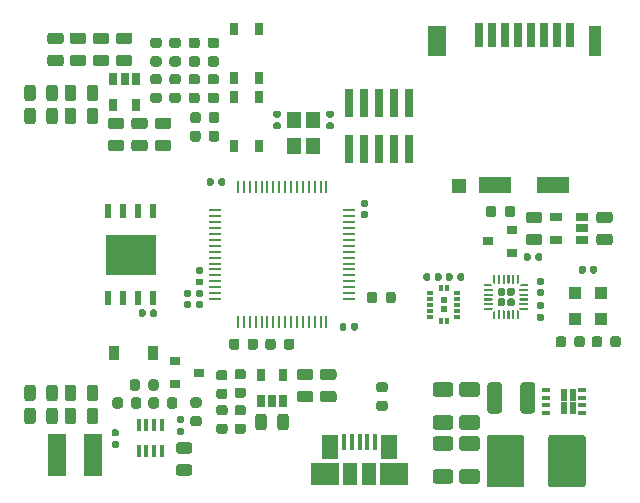
<source format=gbr>
%TF.GenerationSoftware,KiCad,Pcbnew,5.1.9+dfsg1-1~bpo10+1*%
%TF.CreationDate,2021-02-26T10:21:24+00:00*%
%TF.ProjectId,glider,676c6964-6572-42e6-9b69-6361645f7063,rev?*%
%TF.SameCoordinates,Original*%
%TF.FileFunction,Paste,Top*%
%TF.FilePolarity,Positive*%
%FSLAX46Y46*%
G04 Gerber Fmt 4.6, Leading zero omitted, Abs format (unit mm)*
G04 Created by KiCad (PCBNEW 5.1.9+dfsg1-1~bpo10+1) date 2021-02-26 10:21:24*
%MOMM*%
%LPD*%
G01*
G04 APERTURE LIST*
%ADD10R,0.700000X2.000000*%
%ADD11R,1.000000X2.600000*%
%ADD12R,1.500000X2.600000*%
%ADD13R,2.700000X1.400000*%
%ADD14R,1.200000X1.200000*%
%ADD15R,0.600000X1.000000*%
%ADD16R,0.700000X0.420000*%
%ADD17R,1.000000X0.250000*%
%ADD18R,0.250000X1.000000*%
%ADD19R,0.300000X0.580000*%
%ADD20R,0.580000X0.300000*%
%ADD21R,0.550000X0.550000*%
%ADD22R,0.650000X1.050000*%
%ADD23R,0.650000X1.060000*%
%ADD24R,1.060000X0.650000*%
%ADD25R,0.900000X0.800000*%
%ADD26R,1.500000X3.600000*%
%ADD27R,0.400000X1.060000*%
%ADD28C,0.100000*%
%ADD29R,4.300000X3.400000*%
%ADD30R,0.500000X1.270000*%
%ADD31R,1.200000X1.400000*%
%ADD32R,1.000000X1.000000*%
%ADD33R,0.740000X2.400000*%
%ADD34R,0.450000X1.380000*%
%ADD35R,1.475000X2.100000*%
%ADD36R,2.375000X1.900000*%
%ADD37R,1.175000X1.900000*%
%ADD38R,0.900000X1.200000*%
G04 APERTURE END LIST*
D10*
%TO.C,J5*%
X81900000Y-118170000D03*
X80800000Y-118170000D03*
X79700000Y-118170000D03*
X78600000Y-118170000D03*
X77500000Y-118170000D03*
X76400000Y-118170000D03*
X75300000Y-118170000D03*
X74200000Y-118170000D03*
D11*
X84000000Y-118670000D03*
D12*
X70650000Y-118670000D03*
D13*
X75600000Y-130870000D03*
X80500000Y-130870000D03*
D14*
X72550000Y-130970000D03*
%TD*%
%TO.C,D8*%
G36*
G01*
X66256250Y-148400000D02*
X65743750Y-148400000D01*
G75*
G02*
X65525000Y-148181250I0J218750D01*
G01*
X65525000Y-147743750D01*
G75*
G02*
X65743750Y-147525000I218750J0D01*
G01*
X66256250Y-147525000D01*
G75*
G02*
X66475000Y-147743750I0J-218750D01*
G01*
X66475000Y-148181250D01*
G75*
G02*
X66256250Y-148400000I-218750J0D01*
G01*
G37*
G36*
G01*
X66256250Y-149975000D02*
X65743750Y-149975000D01*
G75*
G02*
X65525000Y-149756250I0J218750D01*
G01*
X65525000Y-149318750D01*
G75*
G02*
X65743750Y-149100000I218750J0D01*
G01*
X66256250Y-149100000D01*
G75*
G02*
X66475000Y-149318750I0J-218750D01*
G01*
X66475000Y-149756250D01*
G75*
G02*
X66256250Y-149975000I-218750J0D01*
G01*
G37*
%TD*%
%TO.C,R24*%
G36*
G01*
X65600000Y-140118750D02*
X65600000Y-140631250D01*
G75*
G02*
X65381250Y-140850000I-218750J0D01*
G01*
X64943750Y-140850000D01*
G75*
G02*
X64725000Y-140631250I0J218750D01*
G01*
X64725000Y-140118750D01*
G75*
G02*
X64943750Y-139900000I218750J0D01*
G01*
X65381250Y-139900000D01*
G75*
G02*
X65600000Y-140118750I0J-218750D01*
G01*
G37*
G36*
G01*
X67175000Y-140118750D02*
X67175000Y-140631250D01*
G75*
G02*
X66956250Y-140850000I-218750J0D01*
G01*
X66518750Y-140850000D01*
G75*
G02*
X66300000Y-140631250I0J218750D01*
G01*
X66300000Y-140118750D01*
G75*
G02*
X66518750Y-139900000I218750J0D01*
G01*
X66956250Y-139900000D01*
G75*
G02*
X67175000Y-140118750I0J-218750D01*
G01*
G37*
%TD*%
%TO.C,D3*%
G36*
G01*
X46607750Y-119952000D02*
X47120250Y-119952000D01*
G75*
G02*
X47339000Y-120170750I0J-218750D01*
G01*
X47339000Y-120608250D01*
G75*
G02*
X47120250Y-120827000I-218750J0D01*
G01*
X46607750Y-120827000D01*
G75*
G02*
X46389000Y-120608250I0J218750D01*
G01*
X46389000Y-120170750D01*
G75*
G02*
X46607750Y-119952000I218750J0D01*
G01*
G37*
G36*
G01*
X46607750Y-118377000D02*
X47120250Y-118377000D01*
G75*
G02*
X47339000Y-118595750I0J-218750D01*
G01*
X47339000Y-119033250D01*
G75*
G02*
X47120250Y-119252000I-218750J0D01*
G01*
X46607750Y-119252000D01*
G75*
G02*
X46389000Y-119033250I0J218750D01*
G01*
X46389000Y-118595750D01*
G75*
G02*
X46607750Y-118377000I218750J0D01*
G01*
G37*
%TD*%
%TO.C,D4*%
G36*
G01*
X48227084Y-119952000D02*
X48739584Y-119952000D01*
G75*
G02*
X48958334Y-120170750I0J-218750D01*
G01*
X48958334Y-120608250D01*
G75*
G02*
X48739584Y-120827000I-218750J0D01*
G01*
X48227084Y-120827000D01*
G75*
G02*
X48008334Y-120608250I0J218750D01*
G01*
X48008334Y-120170750D01*
G75*
G02*
X48227084Y-119952000I218750J0D01*
G01*
G37*
G36*
G01*
X48227084Y-118377000D02*
X48739584Y-118377000D01*
G75*
G02*
X48958334Y-118595750I0J-218750D01*
G01*
X48958334Y-119033250D01*
G75*
G02*
X48739584Y-119252000I-218750J0D01*
G01*
X48227084Y-119252000D01*
G75*
G02*
X48008334Y-119033250I0J218750D01*
G01*
X48008334Y-118595750D01*
G75*
G02*
X48227084Y-118377000I218750J0D01*
G01*
G37*
%TD*%
%TO.C,D5*%
G36*
G01*
X49846417Y-119952000D02*
X50358917Y-119952000D01*
G75*
G02*
X50577667Y-120170750I0J-218750D01*
G01*
X50577667Y-120608250D01*
G75*
G02*
X50358917Y-120827000I-218750J0D01*
G01*
X49846417Y-120827000D01*
G75*
G02*
X49627667Y-120608250I0J218750D01*
G01*
X49627667Y-120170750D01*
G75*
G02*
X49846417Y-119952000I218750J0D01*
G01*
G37*
G36*
G01*
X49846417Y-118377000D02*
X50358917Y-118377000D01*
G75*
G02*
X50577667Y-118595750I0J-218750D01*
G01*
X50577667Y-119033250D01*
G75*
G02*
X50358917Y-119252000I-218750J0D01*
G01*
X49846417Y-119252000D01*
G75*
G02*
X49627667Y-119033250I0J218750D01*
G01*
X49627667Y-118595750D01*
G75*
G02*
X49846417Y-118377000I218750J0D01*
G01*
G37*
%TD*%
%TO.C,D6*%
G36*
G01*
X51465750Y-119952000D02*
X51978250Y-119952000D01*
G75*
G02*
X52197000Y-120170750I0J-218750D01*
G01*
X52197000Y-120608250D01*
G75*
G02*
X51978250Y-120827000I-218750J0D01*
G01*
X51465750Y-120827000D01*
G75*
G02*
X51247000Y-120608250I0J218750D01*
G01*
X51247000Y-120170750D01*
G75*
G02*
X51465750Y-119952000I218750J0D01*
G01*
G37*
G36*
G01*
X51465750Y-118377000D02*
X51978250Y-118377000D01*
G75*
G02*
X52197000Y-118595750I0J-218750D01*
G01*
X52197000Y-119033250D01*
G75*
G02*
X51978250Y-119252000I-218750J0D01*
G01*
X51465750Y-119252000D01*
G75*
G02*
X51247000Y-119033250I0J218750D01*
G01*
X51247000Y-118595750D01*
G75*
G02*
X51465750Y-118377000I218750J0D01*
G01*
G37*
%TD*%
%TO.C,C7*%
G36*
G01*
X64337500Y-133080000D02*
X64682500Y-133080000D01*
G75*
G02*
X64830000Y-133227500I0J-147500D01*
G01*
X64830000Y-133522500D01*
G75*
G02*
X64682500Y-133670000I-147500J0D01*
G01*
X64337500Y-133670000D01*
G75*
G02*
X64190000Y-133522500I0J147500D01*
G01*
X64190000Y-133227500D01*
G75*
G02*
X64337500Y-133080000I147500J0D01*
G01*
G37*
G36*
G01*
X64337500Y-132110000D02*
X64682500Y-132110000D01*
G75*
G02*
X64830000Y-132257500I0J-147500D01*
G01*
X64830000Y-132552500D01*
G75*
G02*
X64682500Y-132700000I-147500J0D01*
G01*
X64337500Y-132700000D01*
G75*
G02*
X64190000Y-132552500I0J147500D01*
G01*
X64190000Y-132257500D01*
G75*
G02*
X64337500Y-132110000I147500J0D01*
G01*
G37*
%TD*%
%TO.C,C10*%
G36*
G01*
X70545000Y-154905000D02*
X71795000Y-154905000D01*
G75*
G02*
X72045000Y-155155000I0J-250000D01*
G01*
X72045000Y-155905000D01*
G75*
G02*
X71795000Y-156155000I-250000J0D01*
G01*
X70545000Y-156155000D01*
G75*
G02*
X70295000Y-155905000I0J250000D01*
G01*
X70295000Y-155155000D01*
G75*
G02*
X70545000Y-154905000I250000J0D01*
G01*
G37*
G36*
G01*
X70545000Y-152105000D02*
X71795000Y-152105000D01*
G75*
G02*
X72045000Y-152355000I0J-250000D01*
G01*
X72045000Y-153105000D01*
G75*
G02*
X71795000Y-153355000I-250000J0D01*
G01*
X70545000Y-153355000D01*
G75*
G02*
X70295000Y-153105000I0J250000D01*
G01*
X70295000Y-152355000D01*
G75*
G02*
X70545000Y-152105000I250000J0D01*
G01*
G37*
%TD*%
%TO.C,C1*%
G36*
G01*
X74035000Y-148785000D02*
X72785000Y-148785000D01*
G75*
G02*
X72535000Y-148535000I0J250000D01*
G01*
X72535000Y-147785000D01*
G75*
G02*
X72785000Y-147535000I250000J0D01*
G01*
X74035000Y-147535000D01*
G75*
G02*
X74285000Y-147785000I0J-250000D01*
G01*
X74285000Y-148535000D01*
G75*
G02*
X74035000Y-148785000I-250000J0D01*
G01*
G37*
G36*
G01*
X74035000Y-151585000D02*
X72785000Y-151585000D01*
G75*
G02*
X72535000Y-151335000I0J250000D01*
G01*
X72535000Y-150585000D01*
G75*
G02*
X72785000Y-150335000I250000J0D01*
G01*
X74035000Y-150335000D01*
G75*
G02*
X74285000Y-150585000I0J-250000D01*
G01*
X74285000Y-151335000D01*
G75*
G02*
X74035000Y-151585000I-250000J0D01*
G01*
G37*
%TD*%
%TO.C,C8*%
G36*
G01*
X72785000Y-154905000D02*
X74035000Y-154905000D01*
G75*
G02*
X74285000Y-155155000I0J-250000D01*
G01*
X74285000Y-155905000D01*
G75*
G02*
X74035000Y-156155000I-250000J0D01*
G01*
X72785000Y-156155000D01*
G75*
G02*
X72535000Y-155905000I0J250000D01*
G01*
X72535000Y-155155000D01*
G75*
G02*
X72785000Y-154905000I250000J0D01*
G01*
G37*
G36*
G01*
X72785000Y-152105000D02*
X74035000Y-152105000D01*
G75*
G02*
X74285000Y-152355000I0J-250000D01*
G01*
X74285000Y-153105000D01*
G75*
G02*
X74035000Y-153355000I-250000J0D01*
G01*
X72785000Y-153355000D01*
G75*
G02*
X72535000Y-153105000I0J250000D01*
G01*
X72535000Y-152355000D01*
G75*
G02*
X72785000Y-152105000I250000J0D01*
G01*
G37*
%TD*%
%TO.C,C5*%
G36*
G01*
X71795000Y-148785000D02*
X70545000Y-148785000D01*
G75*
G02*
X70295000Y-148535000I0J250000D01*
G01*
X70295000Y-147785000D01*
G75*
G02*
X70545000Y-147535000I250000J0D01*
G01*
X71795000Y-147535000D01*
G75*
G02*
X72045000Y-147785000I0J-250000D01*
G01*
X72045000Y-148535000D01*
G75*
G02*
X71795000Y-148785000I-250000J0D01*
G01*
G37*
G36*
G01*
X71795000Y-151585000D02*
X70545000Y-151585000D01*
G75*
G02*
X70295000Y-151335000I0J250000D01*
G01*
X70295000Y-150585000D01*
G75*
G02*
X70545000Y-150335000I250000J0D01*
G01*
X71795000Y-150335000D01*
G75*
G02*
X72045000Y-150585000I0J-250000D01*
G01*
X72045000Y-151335000D01*
G75*
G02*
X71795000Y-151585000I-250000J0D01*
G01*
G37*
%TD*%
%TO.C,R1*%
G36*
G01*
X76175000Y-147795000D02*
X76175000Y-149945000D01*
G75*
G02*
X75925000Y-150195000I-250000J0D01*
G01*
X75175000Y-150195000D01*
G75*
G02*
X74925000Y-149945000I0J250000D01*
G01*
X74925000Y-147795000D01*
G75*
G02*
X75175000Y-147545000I250000J0D01*
G01*
X75925000Y-147545000D01*
G75*
G02*
X76175000Y-147795000I0J-250000D01*
G01*
G37*
G36*
G01*
X78975000Y-147795000D02*
X78975000Y-149945000D01*
G75*
G02*
X78725000Y-150195000I-250000J0D01*
G01*
X77975000Y-150195000D01*
G75*
G02*
X77725000Y-149945000I0J250000D01*
G01*
X77725000Y-147795000D01*
G75*
G02*
X77975000Y-147545000I250000J0D01*
G01*
X78725000Y-147545000D01*
G75*
G02*
X78975000Y-147795000I0J-250000D01*
G01*
G37*
%TD*%
D15*
%TO.C,Q1*%
X81440000Y-149755000D03*
X82150000Y-149755000D03*
X82150000Y-148625000D03*
X81440000Y-148625000D03*
D16*
X79920000Y-150165000D03*
X79920000Y-148865000D03*
X79920000Y-149515000D03*
X79920000Y-148215000D03*
X82920000Y-150165000D03*
X82920000Y-149515000D03*
X82920000Y-148865000D03*
X82920000Y-148215000D03*
%TD*%
%TO.C,J1*%
G36*
G01*
X80060000Y-156200000D02*
X80060000Y-152250000D01*
G75*
G02*
X80310000Y-152000000I250000J0D01*
G01*
X83010000Y-152000000D01*
G75*
G02*
X83260000Y-152250000I0J-250000D01*
G01*
X83260000Y-156200000D01*
G75*
G02*
X83010000Y-156450000I-250000J0D01*
G01*
X80310000Y-156450000D01*
G75*
G02*
X80060000Y-156200000I0J250000D01*
G01*
G37*
G36*
G01*
X74860000Y-156200000D02*
X74860000Y-152250000D01*
G75*
G02*
X75110000Y-152000000I250000J0D01*
G01*
X77810000Y-152000000D01*
G75*
G02*
X78060000Y-152250000I0J-250000D01*
G01*
X78060000Y-156200000D01*
G75*
G02*
X77810000Y-156450000I-250000J0D01*
G01*
X75110000Y-156450000D01*
G75*
G02*
X74860000Y-156200000I0J250000D01*
G01*
G37*
%TD*%
%TO.C,R5*%
G36*
G01*
X80715000Y-144376250D02*
X80715000Y-143863750D01*
G75*
G02*
X80933750Y-143645000I218750J0D01*
G01*
X81371250Y-143645000D01*
G75*
G02*
X81590000Y-143863750I0J-218750D01*
G01*
X81590000Y-144376250D01*
G75*
G02*
X81371250Y-144595000I-218750J0D01*
G01*
X80933750Y-144595000D01*
G75*
G02*
X80715000Y-144376250I0J218750D01*
G01*
G37*
G36*
G01*
X82290000Y-144376250D02*
X82290000Y-143863750D01*
G75*
G02*
X82508750Y-143645000I218750J0D01*
G01*
X82946250Y-143645000D01*
G75*
G02*
X83165000Y-143863750I0J-218750D01*
G01*
X83165000Y-144376250D01*
G75*
G02*
X82946250Y-144595000I-218750J0D01*
G01*
X82508750Y-144595000D01*
G75*
G02*
X82290000Y-144376250I0J218750D01*
G01*
G37*
%TD*%
D17*
%TO.C,U1*%
X63250000Y-133000000D03*
X63250000Y-133500000D03*
X63250000Y-134000000D03*
X63250000Y-134500000D03*
X63250000Y-135000000D03*
X63250000Y-135500000D03*
X63250000Y-136000000D03*
X63250000Y-136500000D03*
X63250000Y-137000000D03*
X63250000Y-137500000D03*
X63250000Y-138000000D03*
X63250000Y-138500000D03*
X63250000Y-139000000D03*
X63250000Y-139500000D03*
X63250000Y-140000000D03*
X63250000Y-140500000D03*
D18*
X61300000Y-142450000D03*
X60800000Y-142450000D03*
X60300000Y-142450000D03*
X59800000Y-142450000D03*
X59300000Y-142450000D03*
X58800000Y-142450000D03*
X58300000Y-142450000D03*
X57800000Y-142450000D03*
X57300000Y-142450000D03*
X56800000Y-142450000D03*
X56300000Y-142450000D03*
X55800000Y-142450000D03*
X55300000Y-142450000D03*
X54800000Y-142450000D03*
X54300000Y-142450000D03*
X53800000Y-142450000D03*
D17*
X51850000Y-140500000D03*
X51850000Y-140000000D03*
X51850000Y-139500000D03*
X51850000Y-139000000D03*
X51850000Y-138500000D03*
X51850000Y-138000000D03*
X51850000Y-137500000D03*
X51850000Y-137000000D03*
X51850000Y-136500000D03*
X51850000Y-136000000D03*
X51850000Y-135500000D03*
X51850000Y-135000000D03*
X51850000Y-134500000D03*
X51850000Y-134000000D03*
X51850000Y-133500000D03*
X51850000Y-133000000D03*
D18*
X53800000Y-131050000D03*
X54300000Y-131050000D03*
X54800000Y-131050000D03*
X55300000Y-131050000D03*
X55800000Y-131050000D03*
X56300000Y-131050000D03*
X56800000Y-131050000D03*
X57300000Y-131050000D03*
X57800000Y-131050000D03*
X58300000Y-131050000D03*
X58800000Y-131050000D03*
X59300000Y-131050000D03*
X59800000Y-131050000D03*
X60300000Y-131050000D03*
X60800000Y-131050000D03*
X61300000Y-131050000D03*
%TD*%
D19*
%TO.C,U3*%
X70975000Y-139573000D03*
X71475000Y-139573000D03*
D20*
X70060000Y-139988000D03*
D19*
X70975000Y-142403000D03*
D20*
X72390000Y-141988000D03*
D19*
X71475000Y-142403000D03*
D20*
X70060000Y-140488000D03*
X70060000Y-140988000D03*
X70060000Y-141488000D03*
X70060000Y-141988000D03*
X72390000Y-141488000D03*
X72390000Y-140988000D03*
X72390000Y-140488000D03*
X72390000Y-139988000D03*
D21*
X71225000Y-140625500D03*
X71225000Y-141350500D03*
%TD*%
%TO.C,C29*%
G36*
G01*
X44626250Y-118920000D02*
X43713750Y-118920000D01*
G75*
G02*
X43470000Y-118676250I0J243750D01*
G01*
X43470000Y-118188750D01*
G75*
G02*
X43713750Y-117945000I243750J0D01*
G01*
X44626250Y-117945000D01*
G75*
G02*
X44870000Y-118188750I0J-243750D01*
G01*
X44870000Y-118676250D01*
G75*
G02*
X44626250Y-118920000I-243750J0D01*
G01*
G37*
G36*
G01*
X44626250Y-120795000D02*
X43713750Y-120795000D01*
G75*
G02*
X43470000Y-120551250I0J243750D01*
G01*
X43470000Y-120063750D01*
G75*
G02*
X43713750Y-119820000I243750J0D01*
G01*
X44626250Y-119820000D01*
G75*
G02*
X44870000Y-120063750I0J-243750D01*
G01*
X44870000Y-120551250D01*
G75*
G02*
X44626250Y-120795000I-243750J0D01*
G01*
G37*
%TD*%
%TO.C,C34*%
G36*
G01*
X43023750Y-127020000D02*
X43936250Y-127020000D01*
G75*
G02*
X44180000Y-127263750I0J-243750D01*
G01*
X44180000Y-127751250D01*
G75*
G02*
X43936250Y-127995000I-243750J0D01*
G01*
X43023750Y-127995000D01*
G75*
G02*
X42780000Y-127751250I0J243750D01*
G01*
X42780000Y-127263750D01*
G75*
G02*
X43023750Y-127020000I243750J0D01*
G01*
G37*
G36*
G01*
X43023750Y-125145000D02*
X43936250Y-125145000D01*
G75*
G02*
X44180000Y-125388750I0J-243750D01*
G01*
X44180000Y-125876250D01*
G75*
G02*
X43936250Y-126120000I-243750J0D01*
G01*
X43023750Y-126120000D01*
G75*
G02*
X42780000Y-125876250I0J243750D01*
G01*
X42780000Y-125388750D01*
G75*
G02*
X43023750Y-125145000I243750J0D01*
G01*
G37*
%TD*%
D22*
%TO.C,SW1*%
X55625000Y-117645000D03*
X55625000Y-121795000D03*
X53475000Y-117645000D03*
X53475000Y-121795000D03*
%TD*%
D23*
%TO.C,U9*%
X45160000Y-124080000D03*
X43260000Y-124080000D03*
X43260000Y-121880000D03*
X44210000Y-121880000D03*
X45160000Y-121880000D03*
%TD*%
D24*
%TO.C,U2*%
X80750000Y-135476500D03*
X80750000Y-133576500D03*
X82950000Y-133576500D03*
X82950000Y-134526500D03*
X82950000Y-135476500D03*
%TD*%
D22*
%TO.C,SW2*%
X53475000Y-127540000D03*
X53475000Y-123390000D03*
X55625000Y-127540000D03*
X55625000Y-123390000D03*
%TD*%
%TO.C,R11*%
G36*
G01*
X75682000Y-132831750D02*
X75682000Y-133344250D01*
G75*
G02*
X75463250Y-133563000I-218750J0D01*
G01*
X75025750Y-133563000D01*
G75*
G02*
X74807000Y-133344250I0J218750D01*
G01*
X74807000Y-132831750D01*
G75*
G02*
X75025750Y-132613000I218750J0D01*
G01*
X75463250Y-132613000D01*
G75*
G02*
X75682000Y-132831750I0J-218750D01*
G01*
G37*
G36*
G01*
X77257000Y-132831750D02*
X77257000Y-133344250D01*
G75*
G02*
X77038250Y-133563000I-218750J0D01*
G01*
X76600750Y-133563000D01*
G75*
G02*
X76382000Y-133344250I0J218750D01*
G01*
X76382000Y-132831750D01*
G75*
G02*
X76600750Y-132613000I218750J0D01*
G01*
X77038250Y-132613000D01*
G75*
G02*
X77257000Y-132831750I0J-218750D01*
G01*
G37*
%TD*%
D25*
%TO.C,Q3*%
X75000000Y-135628000D03*
X77000000Y-134678000D03*
X77000000Y-136578000D03*
%TD*%
%TO.C,C28*%
G36*
G01*
X79582500Y-139288000D02*
X79237500Y-139288000D01*
G75*
G02*
X79090000Y-139140500I0J147500D01*
G01*
X79090000Y-138845500D01*
G75*
G02*
X79237500Y-138698000I147500J0D01*
G01*
X79582500Y-138698000D01*
G75*
G02*
X79730000Y-138845500I0J-147500D01*
G01*
X79730000Y-139140500D01*
G75*
G02*
X79582500Y-139288000I-147500J0D01*
G01*
G37*
G36*
G01*
X79582500Y-140258000D02*
X79237500Y-140258000D01*
G75*
G02*
X79090000Y-140110500I0J147500D01*
G01*
X79090000Y-139815500D01*
G75*
G02*
X79237500Y-139668000I147500J0D01*
G01*
X79582500Y-139668000D01*
G75*
G02*
X79730000Y-139815500I0J-147500D01*
G01*
X79730000Y-140110500D01*
G75*
G02*
X79582500Y-140258000I-147500J0D01*
G01*
G37*
%TD*%
%TO.C,C23*%
G36*
G01*
X78590000Y-136775500D02*
X78590000Y-137120500D01*
G75*
G02*
X78442500Y-137268000I-147500J0D01*
G01*
X78147500Y-137268000D01*
G75*
G02*
X78000000Y-137120500I0J147500D01*
G01*
X78000000Y-136775500D01*
G75*
G02*
X78147500Y-136628000I147500J0D01*
G01*
X78442500Y-136628000D01*
G75*
G02*
X78590000Y-136775500I0J-147500D01*
G01*
G37*
G36*
G01*
X79560000Y-136775500D02*
X79560000Y-137120500D01*
G75*
G02*
X79412500Y-137268000I-147500J0D01*
G01*
X79117500Y-137268000D01*
G75*
G02*
X78970000Y-137120500I0J147500D01*
G01*
X78970000Y-136775500D01*
G75*
G02*
X79117500Y-136628000I147500J0D01*
G01*
X79412500Y-136628000D01*
G75*
G02*
X79560000Y-136775500I0J-147500D01*
G01*
G37*
%TD*%
%TO.C,C22*%
G36*
G01*
X79582500Y-141358000D02*
X79237500Y-141358000D01*
G75*
G02*
X79090000Y-141210500I0J147500D01*
G01*
X79090000Y-140915500D01*
G75*
G02*
X79237500Y-140768000I147500J0D01*
G01*
X79582500Y-140768000D01*
G75*
G02*
X79730000Y-140915500I0J-147500D01*
G01*
X79730000Y-141210500D01*
G75*
G02*
X79582500Y-141358000I-147500J0D01*
G01*
G37*
G36*
G01*
X79582500Y-142328000D02*
X79237500Y-142328000D01*
G75*
G02*
X79090000Y-142180500I0J147500D01*
G01*
X79090000Y-141885500D01*
G75*
G02*
X79237500Y-141738000I147500J0D01*
G01*
X79582500Y-141738000D01*
G75*
G02*
X79730000Y-141885500I0J-147500D01*
G01*
X79730000Y-142180500D01*
G75*
G02*
X79582500Y-142328000I-147500J0D01*
G01*
G37*
%TD*%
%TO.C,C21*%
G36*
G01*
X43252500Y-152515000D02*
X43597500Y-152515000D01*
G75*
G02*
X43745000Y-152662500I0J-147500D01*
G01*
X43745000Y-152957500D01*
G75*
G02*
X43597500Y-153105000I-147500J0D01*
G01*
X43252500Y-153105000D01*
G75*
G02*
X43105000Y-152957500I0J147500D01*
G01*
X43105000Y-152662500D01*
G75*
G02*
X43252500Y-152515000I147500J0D01*
G01*
G37*
G36*
G01*
X43252500Y-151545000D02*
X43597500Y-151545000D01*
G75*
G02*
X43745000Y-151692500I0J-147500D01*
G01*
X43745000Y-151987500D01*
G75*
G02*
X43597500Y-152135000I-147500J0D01*
G01*
X43252500Y-152135000D01*
G75*
G02*
X43105000Y-151987500I0J147500D01*
G01*
X43105000Y-151692500D01*
G75*
G02*
X43252500Y-151545000I147500J0D01*
G01*
G37*
%TD*%
%TO.C,C18*%
G36*
G01*
X48777500Y-151390000D02*
X49122500Y-151390000D01*
G75*
G02*
X49270000Y-151537500I0J-147500D01*
G01*
X49270000Y-151832500D01*
G75*
G02*
X49122500Y-151980000I-147500J0D01*
G01*
X48777500Y-151980000D01*
G75*
G02*
X48630000Y-151832500I0J147500D01*
G01*
X48630000Y-151537500D01*
G75*
G02*
X48777500Y-151390000I147500J0D01*
G01*
G37*
G36*
G01*
X48777500Y-150420000D02*
X49122500Y-150420000D01*
G75*
G02*
X49270000Y-150567500I0J-147500D01*
G01*
X49270000Y-150862500D01*
G75*
G02*
X49122500Y-151010000I-147500J0D01*
G01*
X48777500Y-151010000D01*
G75*
G02*
X48630000Y-150862500I0J147500D01*
G01*
X48630000Y-150567500D01*
G75*
G02*
X48777500Y-150420000I147500J0D01*
G01*
G37*
%TD*%
%TO.C,C12*%
G36*
G01*
X82661000Y-138193500D02*
X82661000Y-137848500D01*
G75*
G02*
X82808500Y-137701000I147500J0D01*
G01*
X83103500Y-137701000D01*
G75*
G02*
X83251000Y-137848500I0J-147500D01*
G01*
X83251000Y-138193500D01*
G75*
G02*
X83103500Y-138341000I-147500J0D01*
G01*
X82808500Y-138341000D01*
G75*
G02*
X82661000Y-138193500I0J147500D01*
G01*
G37*
G36*
G01*
X83631000Y-138193500D02*
X83631000Y-137848500D01*
G75*
G02*
X83778500Y-137701000I147500J0D01*
G01*
X84073500Y-137701000D01*
G75*
G02*
X84221000Y-137848500I0J-147500D01*
G01*
X84221000Y-138193500D01*
G75*
G02*
X84073500Y-138341000I-147500J0D01*
G01*
X83778500Y-138341000D01*
G75*
G02*
X83631000Y-138193500I0J147500D01*
G01*
G37*
%TD*%
%TO.C,C11*%
G36*
G01*
X50722500Y-138385000D02*
X50377500Y-138385000D01*
G75*
G02*
X50230000Y-138237500I0J147500D01*
G01*
X50230000Y-137942500D01*
G75*
G02*
X50377500Y-137795000I147500J0D01*
G01*
X50722500Y-137795000D01*
G75*
G02*
X50870000Y-137942500I0J-147500D01*
G01*
X50870000Y-138237500D01*
G75*
G02*
X50722500Y-138385000I-147500J0D01*
G01*
G37*
G36*
G01*
X50722500Y-139355000D02*
X50377500Y-139355000D01*
G75*
G02*
X50230000Y-139207500I0J147500D01*
G01*
X50230000Y-138912500D01*
G75*
G02*
X50377500Y-138765000I147500J0D01*
G01*
X50722500Y-138765000D01*
G75*
G02*
X50870000Y-138912500I0J-147500D01*
G01*
X50870000Y-139207500D01*
G75*
G02*
X50722500Y-139355000I-147500J0D01*
G01*
G37*
%TD*%
%TO.C,C31*%
G36*
G01*
X45985000Y-141527500D02*
X45985000Y-141872500D01*
G75*
G02*
X45837500Y-142020000I-147500J0D01*
G01*
X45542500Y-142020000D01*
G75*
G02*
X45395000Y-141872500I0J147500D01*
G01*
X45395000Y-141527500D01*
G75*
G02*
X45542500Y-141380000I147500J0D01*
G01*
X45837500Y-141380000D01*
G75*
G02*
X45985000Y-141527500I0J-147500D01*
G01*
G37*
G36*
G01*
X46955000Y-141527500D02*
X46955000Y-141872500D01*
G75*
G02*
X46807500Y-142020000I-147500J0D01*
G01*
X46512500Y-142020000D01*
G75*
G02*
X46365000Y-141872500I0J147500D01*
G01*
X46365000Y-141527500D01*
G75*
G02*
X46512500Y-141380000I147500J0D01*
G01*
X46807500Y-141380000D01*
G75*
G02*
X46955000Y-141527500I0J-147500D01*
G01*
G37*
%TD*%
%TO.C,C9*%
G36*
G01*
X62405000Y-143022500D02*
X62405000Y-142677500D01*
G75*
G02*
X62552500Y-142530000I147500J0D01*
G01*
X62847500Y-142530000D01*
G75*
G02*
X62995000Y-142677500I0J-147500D01*
G01*
X62995000Y-143022500D01*
G75*
G02*
X62847500Y-143170000I-147500J0D01*
G01*
X62552500Y-143170000D01*
G75*
G02*
X62405000Y-143022500I0J147500D01*
G01*
G37*
G36*
G01*
X63375000Y-143022500D02*
X63375000Y-142677500D01*
G75*
G02*
X63522500Y-142530000I147500J0D01*
G01*
X63817500Y-142530000D01*
G75*
G02*
X63965000Y-142677500I0J-147500D01*
G01*
X63965000Y-143022500D01*
G75*
G02*
X63817500Y-143170000I-147500J0D01*
G01*
X63522500Y-143170000D01*
G75*
G02*
X63375000Y-143022500I0J147500D01*
G01*
G37*
%TD*%
%TO.C,C6*%
G36*
G01*
X50722500Y-140310000D02*
X50377500Y-140310000D01*
G75*
G02*
X50230000Y-140162500I0J147500D01*
G01*
X50230000Y-139867500D01*
G75*
G02*
X50377500Y-139720000I147500J0D01*
G01*
X50722500Y-139720000D01*
G75*
G02*
X50870000Y-139867500I0J-147500D01*
G01*
X50870000Y-140162500D01*
G75*
G02*
X50722500Y-140310000I-147500J0D01*
G01*
G37*
G36*
G01*
X50722500Y-141280000D02*
X50377500Y-141280000D01*
G75*
G02*
X50230000Y-141132500I0J147500D01*
G01*
X50230000Y-140837500D01*
G75*
G02*
X50377500Y-140690000I147500J0D01*
G01*
X50722500Y-140690000D01*
G75*
G02*
X50870000Y-140837500I0J-147500D01*
G01*
X50870000Y-141132500D01*
G75*
G02*
X50722500Y-141280000I-147500J0D01*
G01*
G37*
%TD*%
%TO.C,C3*%
G36*
G01*
X61782500Y-125155000D02*
X61437500Y-125155000D01*
G75*
G02*
X61290000Y-125007500I0J147500D01*
G01*
X61290000Y-124712500D01*
G75*
G02*
X61437500Y-124565000I147500J0D01*
G01*
X61782500Y-124565000D01*
G75*
G02*
X61930000Y-124712500I0J-147500D01*
G01*
X61930000Y-125007500D01*
G75*
G02*
X61782500Y-125155000I-147500J0D01*
G01*
G37*
G36*
G01*
X61782500Y-126125000D02*
X61437500Y-126125000D01*
G75*
G02*
X61290000Y-125977500I0J147500D01*
G01*
X61290000Y-125682500D01*
G75*
G02*
X61437500Y-125535000I147500J0D01*
G01*
X61782500Y-125535000D01*
G75*
G02*
X61930000Y-125682500I0J-147500D01*
G01*
X61930000Y-125977500D01*
G75*
G02*
X61782500Y-126125000I-147500J0D01*
G01*
G37*
%TD*%
%TO.C,C4*%
G36*
G01*
X57282500Y-125155000D02*
X56937500Y-125155000D01*
G75*
G02*
X56790000Y-125007500I0J147500D01*
G01*
X56790000Y-124712500D01*
G75*
G02*
X56937500Y-124565000I147500J0D01*
G01*
X57282500Y-124565000D01*
G75*
G02*
X57430000Y-124712500I0J-147500D01*
G01*
X57430000Y-125007500D01*
G75*
G02*
X57282500Y-125155000I-147500J0D01*
G01*
G37*
G36*
G01*
X57282500Y-126125000D02*
X56937500Y-126125000D01*
G75*
G02*
X56790000Y-125977500I0J147500D01*
G01*
X56790000Y-125682500D01*
G75*
G02*
X56937500Y-125535000I147500J0D01*
G01*
X57282500Y-125535000D01*
G75*
G02*
X57430000Y-125682500I0J-147500D01*
G01*
X57430000Y-125977500D01*
G75*
G02*
X57282500Y-126125000I-147500J0D01*
G01*
G37*
%TD*%
%TO.C,C2*%
G36*
G01*
X51760000Y-130427500D02*
X51760000Y-130772500D01*
G75*
G02*
X51612500Y-130920000I-147500J0D01*
G01*
X51317500Y-130920000D01*
G75*
G02*
X51170000Y-130772500I0J147500D01*
G01*
X51170000Y-130427500D01*
G75*
G02*
X51317500Y-130280000I147500J0D01*
G01*
X51612500Y-130280000D01*
G75*
G02*
X51760000Y-130427500I0J-147500D01*
G01*
G37*
G36*
G01*
X52730000Y-130427500D02*
X52730000Y-130772500D01*
G75*
G02*
X52582500Y-130920000I-147500J0D01*
G01*
X52287500Y-130920000D01*
G75*
G02*
X52140000Y-130772500I0J147500D01*
G01*
X52140000Y-130427500D01*
G75*
G02*
X52287500Y-130280000I147500J0D01*
G01*
X52582500Y-130280000D01*
G75*
G02*
X52730000Y-130427500I0J-147500D01*
G01*
G37*
%TD*%
%TO.C,C20*%
G36*
G01*
X72370000Y-138810500D02*
X72370000Y-138465500D01*
G75*
G02*
X72517500Y-138318000I147500J0D01*
G01*
X72812500Y-138318000D01*
G75*
G02*
X72960000Y-138465500I0J-147500D01*
G01*
X72960000Y-138810500D01*
G75*
G02*
X72812500Y-138958000I-147500J0D01*
G01*
X72517500Y-138958000D01*
G75*
G02*
X72370000Y-138810500I0J147500D01*
G01*
G37*
G36*
G01*
X71400000Y-138810500D02*
X71400000Y-138465500D01*
G75*
G02*
X71547500Y-138318000I147500J0D01*
G01*
X71842500Y-138318000D01*
G75*
G02*
X71990000Y-138465500I0J-147500D01*
G01*
X71990000Y-138810500D01*
G75*
G02*
X71842500Y-138958000I-147500J0D01*
G01*
X71547500Y-138958000D01*
G75*
G02*
X71400000Y-138810500I0J147500D01*
G01*
G37*
%TD*%
%TO.C,C14*%
G36*
G01*
X70470000Y-138810500D02*
X70470000Y-138465500D01*
G75*
G02*
X70617500Y-138318000I147500J0D01*
G01*
X70912500Y-138318000D01*
G75*
G02*
X71060000Y-138465500I0J-147500D01*
G01*
X71060000Y-138810500D01*
G75*
G02*
X70912500Y-138958000I-147500J0D01*
G01*
X70617500Y-138958000D01*
G75*
G02*
X70470000Y-138810500I0J147500D01*
G01*
G37*
G36*
G01*
X69500000Y-138810500D02*
X69500000Y-138465500D01*
G75*
G02*
X69647500Y-138318000I147500J0D01*
G01*
X69942500Y-138318000D01*
G75*
G02*
X70090000Y-138465500I0J-147500D01*
G01*
X70090000Y-138810500D01*
G75*
G02*
X69942500Y-138958000I-147500J0D01*
G01*
X69647500Y-138958000D01*
G75*
G02*
X69500000Y-138810500I0J147500D01*
G01*
G37*
%TD*%
D26*
%TO.C,L2*%
X41525000Y-153725000D03*
X38475000Y-153725000D03*
%TD*%
%TO.C,D1*%
G36*
G01*
X53743750Y-151050000D02*
X54256250Y-151050000D01*
G75*
G02*
X54475000Y-151268750I0J-218750D01*
G01*
X54475000Y-151706250D01*
G75*
G02*
X54256250Y-151925000I-218750J0D01*
G01*
X53743750Y-151925000D01*
G75*
G02*
X53525000Y-151706250I0J218750D01*
G01*
X53525000Y-151268750D01*
G75*
G02*
X53743750Y-151050000I218750J0D01*
G01*
G37*
G36*
G01*
X53743750Y-149475000D02*
X54256250Y-149475000D01*
G75*
G02*
X54475000Y-149693750I0J-218750D01*
G01*
X54475000Y-150131250D01*
G75*
G02*
X54256250Y-150350000I-218750J0D01*
G01*
X53743750Y-150350000D01*
G75*
G02*
X53525000Y-150131250I0J218750D01*
G01*
X53525000Y-149693750D01*
G75*
G02*
X53743750Y-149475000I218750J0D01*
G01*
G37*
%TD*%
%TO.C,R14*%
G36*
G01*
X52696250Y-147390000D02*
X52183750Y-147390000D01*
G75*
G02*
X51965000Y-147171250I0J218750D01*
G01*
X51965000Y-146733750D01*
G75*
G02*
X52183750Y-146515000I218750J0D01*
G01*
X52696250Y-146515000D01*
G75*
G02*
X52915000Y-146733750I0J-218750D01*
G01*
X52915000Y-147171250D01*
G75*
G02*
X52696250Y-147390000I-218750J0D01*
G01*
G37*
G36*
G01*
X52696250Y-148965000D02*
X52183750Y-148965000D01*
G75*
G02*
X51965000Y-148746250I0J218750D01*
G01*
X51965000Y-148308750D01*
G75*
G02*
X52183750Y-148090000I218750J0D01*
G01*
X52696250Y-148090000D01*
G75*
G02*
X52915000Y-148308750I0J-218750D01*
G01*
X52915000Y-148746250D01*
G75*
G02*
X52696250Y-148965000I-218750J0D01*
G01*
G37*
%TD*%
%TO.C,R13*%
G36*
G01*
X52706250Y-150350000D02*
X52193750Y-150350000D01*
G75*
G02*
X51975000Y-150131250I0J218750D01*
G01*
X51975000Y-149693750D01*
G75*
G02*
X52193750Y-149475000I218750J0D01*
G01*
X52706250Y-149475000D01*
G75*
G02*
X52925000Y-149693750I0J-218750D01*
G01*
X52925000Y-150131250D01*
G75*
G02*
X52706250Y-150350000I-218750J0D01*
G01*
G37*
G36*
G01*
X52706250Y-151925000D02*
X52193750Y-151925000D01*
G75*
G02*
X51975000Y-151706250I0J218750D01*
G01*
X51975000Y-151268750D01*
G75*
G02*
X52193750Y-151050000I218750J0D01*
G01*
X52706250Y-151050000D01*
G75*
G02*
X52925000Y-151268750I0J-218750D01*
G01*
X52925000Y-151706250D01*
G75*
G02*
X52706250Y-151925000I-218750J0D01*
G01*
G37*
%TD*%
%TO.C,C42*%
G36*
G01*
X38806250Y-118920000D02*
X37893750Y-118920000D01*
G75*
G02*
X37650000Y-118676250I0J243750D01*
G01*
X37650000Y-118188750D01*
G75*
G02*
X37893750Y-117945000I243750J0D01*
G01*
X38806250Y-117945000D01*
G75*
G02*
X39050000Y-118188750I0J-243750D01*
G01*
X39050000Y-118676250D01*
G75*
G02*
X38806250Y-118920000I-243750J0D01*
G01*
G37*
G36*
G01*
X38806250Y-120795000D02*
X37893750Y-120795000D01*
G75*
G02*
X37650000Y-120551250I0J243750D01*
G01*
X37650000Y-120063750D01*
G75*
G02*
X37893750Y-119820000I243750J0D01*
G01*
X38806250Y-119820000D01*
G75*
G02*
X39050000Y-120063750I0J-243750D01*
G01*
X39050000Y-120551250D01*
G75*
G02*
X38806250Y-120795000I-243750J0D01*
G01*
G37*
%TD*%
%TO.C,C41*%
G36*
G01*
X40706250Y-118920000D02*
X39793750Y-118920000D01*
G75*
G02*
X39550000Y-118676250I0J243750D01*
G01*
X39550000Y-118188750D01*
G75*
G02*
X39793750Y-117945000I243750J0D01*
G01*
X40706250Y-117945000D01*
G75*
G02*
X40950000Y-118188750I0J-243750D01*
G01*
X40950000Y-118676250D01*
G75*
G02*
X40706250Y-118920000I-243750J0D01*
G01*
G37*
G36*
G01*
X40706250Y-120795000D02*
X39793750Y-120795000D01*
G75*
G02*
X39550000Y-120551250I0J243750D01*
G01*
X39550000Y-120063750D01*
G75*
G02*
X39793750Y-119820000I243750J0D01*
G01*
X40706250Y-119820000D01*
G75*
G02*
X40950000Y-120063750I0J-243750D01*
G01*
X40950000Y-120551250D01*
G75*
G02*
X40706250Y-120795000I-243750J0D01*
G01*
G37*
%TD*%
%TO.C,C13*%
G36*
G01*
X85286250Y-134076500D02*
X84373750Y-134076500D01*
G75*
G02*
X84130000Y-133832750I0J243750D01*
G01*
X84130000Y-133345250D01*
G75*
G02*
X84373750Y-133101500I243750J0D01*
G01*
X85286250Y-133101500D01*
G75*
G02*
X85530000Y-133345250I0J-243750D01*
G01*
X85530000Y-133832750D01*
G75*
G02*
X85286250Y-134076500I-243750J0D01*
G01*
G37*
G36*
G01*
X85286250Y-135951500D02*
X84373750Y-135951500D01*
G75*
G02*
X84130000Y-135707750I0J243750D01*
G01*
X84130000Y-135220250D01*
G75*
G02*
X84373750Y-134976500I243750J0D01*
G01*
X85286250Y-134976500D01*
G75*
G02*
X85530000Y-135220250I0J-243750D01*
G01*
X85530000Y-135707750D01*
G75*
G02*
X85286250Y-135951500I-243750J0D01*
G01*
G37*
%TD*%
%TO.C,C40*%
G36*
G01*
X41000000Y-125456250D02*
X41000000Y-124543750D01*
G75*
G02*
X41243750Y-124300000I243750J0D01*
G01*
X41731250Y-124300000D01*
G75*
G02*
X41975000Y-124543750I0J-243750D01*
G01*
X41975000Y-125456250D01*
G75*
G02*
X41731250Y-125700000I-243750J0D01*
G01*
X41243750Y-125700000D01*
G75*
G02*
X41000000Y-125456250I0J243750D01*
G01*
G37*
G36*
G01*
X39125000Y-125456250D02*
X39125000Y-124543750D01*
G75*
G02*
X39368750Y-124300000I243750J0D01*
G01*
X39856250Y-124300000D01*
G75*
G02*
X40100000Y-124543750I0J-243750D01*
G01*
X40100000Y-125456250D01*
G75*
G02*
X39856250Y-125700000I-243750J0D01*
G01*
X39368750Y-125700000D01*
G75*
G02*
X39125000Y-125456250I0J243750D01*
G01*
G37*
%TD*%
%TO.C,C39*%
G36*
G01*
X41000000Y-123506250D02*
X41000000Y-122593750D01*
G75*
G02*
X41243750Y-122350000I243750J0D01*
G01*
X41731250Y-122350000D01*
G75*
G02*
X41975000Y-122593750I0J-243750D01*
G01*
X41975000Y-123506250D01*
G75*
G02*
X41731250Y-123750000I-243750J0D01*
G01*
X41243750Y-123750000D01*
G75*
G02*
X41000000Y-123506250I0J243750D01*
G01*
G37*
G36*
G01*
X39125000Y-123506250D02*
X39125000Y-122593750D01*
G75*
G02*
X39368750Y-122350000I243750J0D01*
G01*
X39856250Y-122350000D01*
G75*
G02*
X40100000Y-122593750I0J-243750D01*
G01*
X40100000Y-123506250D01*
G75*
G02*
X39856250Y-123750000I-243750J0D01*
G01*
X39368750Y-123750000D01*
G75*
G02*
X39125000Y-123506250I0J243750D01*
G01*
G37*
%TD*%
%TO.C,C38*%
G36*
G01*
X36675000Y-122593750D02*
X36675000Y-123506250D01*
G75*
G02*
X36431250Y-123750000I-243750J0D01*
G01*
X35943750Y-123750000D01*
G75*
G02*
X35700000Y-123506250I0J243750D01*
G01*
X35700000Y-122593750D01*
G75*
G02*
X35943750Y-122350000I243750J0D01*
G01*
X36431250Y-122350000D01*
G75*
G02*
X36675000Y-122593750I0J-243750D01*
G01*
G37*
G36*
G01*
X38550000Y-122593750D02*
X38550000Y-123506250D01*
G75*
G02*
X38306250Y-123750000I-243750J0D01*
G01*
X37818750Y-123750000D01*
G75*
G02*
X37575000Y-123506250I0J243750D01*
G01*
X37575000Y-122593750D01*
G75*
G02*
X37818750Y-122350000I243750J0D01*
G01*
X38306250Y-122350000D01*
G75*
G02*
X38550000Y-122593750I0J-243750D01*
G01*
G37*
%TD*%
%TO.C,C37*%
G36*
G01*
X36675000Y-124548750D02*
X36675000Y-125461250D01*
G75*
G02*
X36431250Y-125705000I-243750J0D01*
G01*
X35943750Y-125705000D01*
G75*
G02*
X35700000Y-125461250I0J243750D01*
G01*
X35700000Y-124548750D01*
G75*
G02*
X35943750Y-124305000I243750J0D01*
G01*
X36431250Y-124305000D01*
G75*
G02*
X36675000Y-124548750I0J-243750D01*
G01*
G37*
G36*
G01*
X38550000Y-124548750D02*
X38550000Y-125461250D01*
G75*
G02*
X38306250Y-125705000I-243750J0D01*
G01*
X37818750Y-125705000D01*
G75*
G02*
X37575000Y-125461250I0J243750D01*
G01*
X37575000Y-124548750D01*
G75*
G02*
X37818750Y-124305000I243750J0D01*
G01*
X38306250Y-124305000D01*
G75*
G02*
X38550000Y-124548750I0J-243750D01*
G01*
G37*
%TD*%
%TO.C,C36*%
G36*
G01*
X36675000Y-149943750D02*
X36675000Y-150856250D01*
G75*
G02*
X36431250Y-151100000I-243750J0D01*
G01*
X35943750Y-151100000D01*
G75*
G02*
X35700000Y-150856250I0J243750D01*
G01*
X35700000Y-149943750D01*
G75*
G02*
X35943750Y-149700000I243750J0D01*
G01*
X36431250Y-149700000D01*
G75*
G02*
X36675000Y-149943750I0J-243750D01*
G01*
G37*
G36*
G01*
X38550000Y-149943750D02*
X38550000Y-150856250D01*
G75*
G02*
X38306250Y-151100000I-243750J0D01*
G01*
X37818750Y-151100000D01*
G75*
G02*
X37575000Y-150856250I0J243750D01*
G01*
X37575000Y-149943750D01*
G75*
G02*
X37818750Y-149700000I243750J0D01*
G01*
X38306250Y-149700000D01*
G75*
G02*
X38550000Y-149943750I0J-243750D01*
G01*
G37*
%TD*%
%TO.C,C35*%
G36*
G01*
X41000000Y-150856250D02*
X41000000Y-149943750D01*
G75*
G02*
X41243750Y-149700000I243750J0D01*
G01*
X41731250Y-149700000D01*
G75*
G02*
X41975000Y-149943750I0J-243750D01*
G01*
X41975000Y-150856250D01*
G75*
G02*
X41731250Y-151100000I-243750J0D01*
G01*
X41243750Y-151100000D01*
G75*
G02*
X41000000Y-150856250I0J243750D01*
G01*
G37*
G36*
G01*
X39125000Y-150856250D02*
X39125000Y-149943750D01*
G75*
G02*
X39368750Y-149700000I243750J0D01*
G01*
X39856250Y-149700000D01*
G75*
G02*
X40100000Y-149943750I0J-243750D01*
G01*
X40100000Y-150856250D01*
G75*
G02*
X39856250Y-151100000I-243750J0D01*
G01*
X39368750Y-151100000D01*
G75*
G02*
X39125000Y-150856250I0J243750D01*
G01*
G37*
%TD*%
%TO.C,R3*%
G36*
G01*
X44750000Y-149556250D02*
X44750000Y-149043750D01*
G75*
G02*
X44968750Y-148825000I218750J0D01*
G01*
X45406250Y-148825000D01*
G75*
G02*
X45625000Y-149043750I0J-218750D01*
G01*
X45625000Y-149556250D01*
G75*
G02*
X45406250Y-149775000I-218750J0D01*
G01*
X44968750Y-149775000D01*
G75*
G02*
X44750000Y-149556250I0J218750D01*
G01*
G37*
G36*
G01*
X43175000Y-149556250D02*
X43175000Y-149043750D01*
G75*
G02*
X43393750Y-148825000I218750J0D01*
G01*
X43831250Y-148825000D01*
G75*
G02*
X44050000Y-149043750I0J-218750D01*
G01*
X44050000Y-149556250D01*
G75*
G02*
X43831250Y-149775000I-218750J0D01*
G01*
X43393750Y-149775000D01*
G75*
G02*
X43175000Y-149556250I0J218750D01*
G01*
G37*
%TD*%
D27*
%TO.C,U5*%
X45395000Y-151175000D03*
X46045000Y-151175000D03*
X46705000Y-151175000D03*
X47355000Y-151175000D03*
X47355000Y-153375000D03*
X46705000Y-153375000D03*
X46045000Y-153375000D03*
X45395000Y-153375000D03*
%TD*%
%TO.C,R17*%
G36*
G01*
X57700000Y-144581250D02*
X57700000Y-144068750D01*
G75*
G02*
X57918750Y-143850000I218750J0D01*
G01*
X58356250Y-143850000D01*
G75*
G02*
X58575000Y-144068750I0J-218750D01*
G01*
X58575000Y-144581250D01*
G75*
G02*
X58356250Y-144800000I-218750J0D01*
G01*
X57918750Y-144800000D01*
G75*
G02*
X57700000Y-144581250I0J218750D01*
G01*
G37*
G36*
G01*
X56125000Y-144581250D02*
X56125000Y-144068750D01*
G75*
G02*
X56343750Y-143850000I218750J0D01*
G01*
X56781250Y-143850000D01*
G75*
G02*
X57000000Y-144068750I0J-218750D01*
G01*
X57000000Y-144581250D01*
G75*
G02*
X56781250Y-144800000I-218750J0D01*
G01*
X56343750Y-144800000D01*
G75*
G02*
X56125000Y-144581250I0J218750D01*
G01*
G37*
%TD*%
%TO.C,R10*%
G36*
G01*
X47100000Y-149043750D02*
X47100000Y-149556250D01*
G75*
G02*
X46881250Y-149775000I-218750J0D01*
G01*
X46443750Y-149775000D01*
G75*
G02*
X46225000Y-149556250I0J218750D01*
G01*
X46225000Y-149043750D01*
G75*
G02*
X46443750Y-148825000I218750J0D01*
G01*
X46881250Y-148825000D01*
G75*
G02*
X47100000Y-149043750I0J-218750D01*
G01*
G37*
G36*
G01*
X48675000Y-149043750D02*
X48675000Y-149556250D01*
G75*
G02*
X48456250Y-149775000I-218750J0D01*
G01*
X48018750Y-149775000D01*
G75*
G02*
X47800000Y-149556250I0J218750D01*
G01*
X47800000Y-149043750D01*
G75*
G02*
X48018750Y-148825000I218750J0D01*
G01*
X48456250Y-148825000D01*
G75*
G02*
X48675000Y-149043750I0J-218750D01*
G01*
G37*
%TD*%
%TO.C,R9*%
G36*
G01*
X45520000Y-147523750D02*
X45520000Y-148036250D01*
G75*
G02*
X45301250Y-148255000I-218750J0D01*
G01*
X44863750Y-148255000D01*
G75*
G02*
X44645000Y-148036250I0J218750D01*
G01*
X44645000Y-147523750D01*
G75*
G02*
X44863750Y-147305000I218750J0D01*
G01*
X45301250Y-147305000D01*
G75*
G02*
X45520000Y-147523750I0J-218750D01*
G01*
G37*
G36*
G01*
X47095000Y-147523750D02*
X47095000Y-148036250D01*
G75*
G02*
X46876250Y-148255000I-218750J0D01*
G01*
X46438750Y-148255000D01*
G75*
G02*
X46220000Y-148036250I0J218750D01*
G01*
X46220000Y-147523750D01*
G75*
G02*
X46438750Y-147305000I218750J0D01*
G01*
X46876250Y-147305000D01*
G75*
G02*
X47095000Y-147523750I0J-218750D01*
G01*
G37*
%TD*%
%TO.C,C27*%
G36*
G01*
X41000000Y-148906250D02*
X41000000Y-147993750D01*
G75*
G02*
X41243750Y-147750000I243750J0D01*
G01*
X41731250Y-147750000D01*
G75*
G02*
X41975000Y-147993750I0J-243750D01*
G01*
X41975000Y-148906250D01*
G75*
G02*
X41731250Y-149150000I-243750J0D01*
G01*
X41243750Y-149150000D01*
G75*
G02*
X41000000Y-148906250I0J243750D01*
G01*
G37*
G36*
G01*
X39125000Y-148906250D02*
X39125000Y-147993750D01*
G75*
G02*
X39368750Y-147750000I243750J0D01*
G01*
X39856250Y-147750000D01*
G75*
G02*
X40100000Y-147993750I0J-243750D01*
G01*
X40100000Y-148906250D01*
G75*
G02*
X39856250Y-149150000I-243750J0D01*
G01*
X39368750Y-149150000D01*
G75*
G02*
X39125000Y-148906250I0J243750D01*
G01*
G37*
%TD*%
%TO.C,C25*%
G36*
G01*
X36675000Y-147993750D02*
X36675000Y-148906250D01*
G75*
G02*
X36431250Y-149150000I-243750J0D01*
G01*
X35943750Y-149150000D01*
G75*
G02*
X35700000Y-148906250I0J243750D01*
G01*
X35700000Y-147993750D01*
G75*
G02*
X35943750Y-147750000I243750J0D01*
G01*
X36431250Y-147750000D01*
G75*
G02*
X36675000Y-147993750I0J-243750D01*
G01*
G37*
G36*
G01*
X38550000Y-147993750D02*
X38550000Y-148906250D01*
G75*
G02*
X38306250Y-149150000I-243750J0D01*
G01*
X37818750Y-149150000D01*
G75*
G02*
X37575000Y-148906250I0J243750D01*
G01*
X37575000Y-147993750D01*
G75*
G02*
X37818750Y-147750000I243750J0D01*
G01*
X38306250Y-147750000D01*
G75*
G02*
X38550000Y-147993750I0J-243750D01*
G01*
G37*
%TD*%
%TO.C,C19*%
G36*
G01*
X79326250Y-134076500D02*
X78413750Y-134076500D01*
G75*
G02*
X78170000Y-133832750I0J243750D01*
G01*
X78170000Y-133345250D01*
G75*
G02*
X78413750Y-133101500I243750J0D01*
G01*
X79326250Y-133101500D01*
G75*
G02*
X79570000Y-133345250I0J-243750D01*
G01*
X79570000Y-133832750D01*
G75*
G02*
X79326250Y-134076500I-243750J0D01*
G01*
G37*
G36*
G01*
X79326250Y-135951500D02*
X78413750Y-135951500D01*
G75*
G02*
X78170000Y-135707750I0J243750D01*
G01*
X78170000Y-135220250D01*
G75*
G02*
X78413750Y-134976500I243750J0D01*
G01*
X79326250Y-134976500D01*
G75*
G02*
X79570000Y-135220250I0J-243750D01*
G01*
X79570000Y-135707750D01*
G75*
G02*
X79326250Y-135951500I-243750J0D01*
G01*
G37*
%TD*%
%TO.C,C15*%
G36*
G01*
X49706250Y-153600000D02*
X48793750Y-153600000D01*
G75*
G02*
X48550000Y-153356250I0J243750D01*
G01*
X48550000Y-152868750D01*
G75*
G02*
X48793750Y-152625000I243750J0D01*
G01*
X49706250Y-152625000D01*
G75*
G02*
X49950000Y-152868750I0J-243750D01*
G01*
X49950000Y-153356250D01*
G75*
G02*
X49706250Y-153600000I-243750J0D01*
G01*
G37*
G36*
G01*
X49706250Y-155475000D02*
X48793750Y-155475000D01*
G75*
G02*
X48550000Y-155231250I0J243750D01*
G01*
X48550000Y-154743750D01*
G75*
G02*
X48793750Y-154500000I243750J0D01*
G01*
X49706250Y-154500000D01*
G75*
G02*
X49950000Y-154743750I0J-243750D01*
G01*
X49950000Y-155231250D01*
G75*
G02*
X49706250Y-155475000I-243750J0D01*
G01*
G37*
%TD*%
D28*
%TO.C,U7*%
G36*
X75385000Y-141238000D02*
G01*
X75385000Y-141318000D01*
X75265000Y-141438000D01*
X74635000Y-141438000D01*
X74635000Y-141238000D01*
X75385000Y-141238000D01*
G37*
G36*
G01*
X75335000Y-141038000D02*
X74685000Y-141038000D01*
G75*
G02*
X74635000Y-140988000I0J50000D01*
G01*
X74635000Y-140888000D01*
G75*
G02*
X74685000Y-140838000I50000J0D01*
G01*
X75335000Y-140838000D01*
G75*
G02*
X75385000Y-140888000I0J-50000D01*
G01*
X75385000Y-140988000D01*
G75*
G02*
X75335000Y-141038000I-50000J0D01*
G01*
G37*
G36*
G01*
X75335000Y-140638000D02*
X74685000Y-140638000D01*
G75*
G02*
X74635000Y-140588000I0J50000D01*
G01*
X74635000Y-140488000D01*
G75*
G02*
X74685000Y-140438000I50000J0D01*
G01*
X75335000Y-140438000D01*
G75*
G02*
X75385000Y-140488000I0J-50000D01*
G01*
X75385000Y-140588000D01*
G75*
G02*
X75335000Y-140638000I-50000J0D01*
G01*
G37*
G36*
G01*
X75335000Y-140238000D02*
X74685000Y-140238000D01*
G75*
G02*
X74635000Y-140188000I0J50000D01*
G01*
X74635000Y-140088000D01*
G75*
G02*
X74685000Y-140038000I50000J0D01*
G01*
X75335000Y-140038000D01*
G75*
G02*
X75385000Y-140088000I0J-50000D01*
G01*
X75385000Y-140188000D01*
G75*
G02*
X75335000Y-140238000I-50000J0D01*
G01*
G37*
G36*
G01*
X75335000Y-139838000D02*
X74685000Y-139838000D01*
G75*
G02*
X74635000Y-139788000I0J50000D01*
G01*
X74635000Y-139688000D01*
G75*
G02*
X74685000Y-139638000I50000J0D01*
G01*
X75335000Y-139638000D01*
G75*
G02*
X75385000Y-139688000I0J-50000D01*
G01*
X75385000Y-139788000D01*
G75*
G02*
X75335000Y-139838000I-50000J0D01*
G01*
G37*
G36*
X75265000Y-139238000D02*
G01*
X75385000Y-139358000D01*
X75385000Y-139438000D01*
X74635000Y-139438000D01*
X74635000Y-139238000D01*
X75265000Y-139238000D01*
G37*
G36*
X75610000Y-138463000D02*
G01*
X75610000Y-139213000D01*
X75530000Y-139213000D01*
X75410000Y-139093000D01*
X75410000Y-138463000D01*
X75610000Y-138463000D01*
G37*
G36*
G01*
X75960000Y-139213000D02*
X75860000Y-139213000D01*
G75*
G02*
X75810000Y-139163000I0J50000D01*
G01*
X75810000Y-138513000D01*
G75*
G02*
X75860000Y-138463000I50000J0D01*
G01*
X75960000Y-138463000D01*
G75*
G02*
X76010000Y-138513000I0J-50000D01*
G01*
X76010000Y-139163000D01*
G75*
G02*
X75960000Y-139213000I-50000J0D01*
G01*
G37*
G36*
G01*
X76360000Y-139213000D02*
X76260000Y-139213000D01*
G75*
G02*
X76210000Y-139163000I0J50000D01*
G01*
X76210000Y-138513000D01*
G75*
G02*
X76260000Y-138463000I50000J0D01*
G01*
X76360000Y-138463000D01*
G75*
G02*
X76410000Y-138513000I0J-50000D01*
G01*
X76410000Y-139163000D01*
G75*
G02*
X76360000Y-139213000I-50000J0D01*
G01*
G37*
G36*
G01*
X76760000Y-139213000D02*
X76660000Y-139213000D01*
G75*
G02*
X76610000Y-139163000I0J50000D01*
G01*
X76610000Y-138513000D01*
G75*
G02*
X76660000Y-138463000I50000J0D01*
G01*
X76760000Y-138463000D01*
G75*
G02*
X76810000Y-138513000I0J-50000D01*
G01*
X76810000Y-139163000D01*
G75*
G02*
X76760000Y-139213000I-50000J0D01*
G01*
G37*
G36*
G01*
X77160000Y-139213000D02*
X77060000Y-139213000D01*
G75*
G02*
X77010000Y-139163000I0J50000D01*
G01*
X77010000Y-138513000D01*
G75*
G02*
X77060000Y-138463000I50000J0D01*
G01*
X77160000Y-138463000D01*
G75*
G02*
X77210000Y-138513000I0J-50000D01*
G01*
X77210000Y-139163000D01*
G75*
G02*
X77160000Y-139213000I-50000J0D01*
G01*
G37*
G36*
X77610000Y-138463000D02*
G01*
X77610000Y-139093000D01*
X77490000Y-139213000D01*
X77410000Y-139213000D01*
X77410000Y-138463000D01*
X77610000Y-138463000D01*
G37*
G36*
X77755000Y-139238000D02*
G01*
X78385000Y-139238000D01*
X78385000Y-139438000D01*
X77635000Y-139438000D01*
X77635000Y-139358000D01*
X77755000Y-139238000D01*
G37*
G36*
G01*
X78335000Y-139838000D02*
X77685000Y-139838000D01*
G75*
G02*
X77635000Y-139788000I0J50000D01*
G01*
X77635000Y-139688000D01*
G75*
G02*
X77685000Y-139638000I50000J0D01*
G01*
X78335000Y-139638000D01*
G75*
G02*
X78385000Y-139688000I0J-50000D01*
G01*
X78385000Y-139788000D01*
G75*
G02*
X78335000Y-139838000I-50000J0D01*
G01*
G37*
G36*
G01*
X78335000Y-140238000D02*
X77685000Y-140238000D01*
G75*
G02*
X77635000Y-140188000I0J50000D01*
G01*
X77635000Y-140088000D01*
G75*
G02*
X77685000Y-140038000I50000J0D01*
G01*
X78335000Y-140038000D01*
G75*
G02*
X78385000Y-140088000I0J-50000D01*
G01*
X78385000Y-140188000D01*
G75*
G02*
X78335000Y-140238000I-50000J0D01*
G01*
G37*
G36*
G01*
X78335000Y-140638000D02*
X77685000Y-140638000D01*
G75*
G02*
X77635000Y-140588000I0J50000D01*
G01*
X77635000Y-140488000D01*
G75*
G02*
X77685000Y-140438000I50000J0D01*
G01*
X78335000Y-140438000D01*
G75*
G02*
X78385000Y-140488000I0J-50000D01*
G01*
X78385000Y-140588000D01*
G75*
G02*
X78335000Y-140638000I-50000J0D01*
G01*
G37*
G36*
G01*
X78335000Y-141038000D02*
X77685000Y-141038000D01*
G75*
G02*
X77635000Y-140988000I0J50000D01*
G01*
X77635000Y-140888000D01*
G75*
G02*
X77685000Y-140838000I50000J0D01*
G01*
X78335000Y-140838000D01*
G75*
G02*
X78385000Y-140888000I0J-50000D01*
G01*
X78385000Y-140988000D01*
G75*
G02*
X78335000Y-141038000I-50000J0D01*
G01*
G37*
G36*
X78385000Y-141238000D02*
G01*
X78385000Y-141438000D01*
X77755000Y-141438000D01*
X77635000Y-141318000D01*
X77635000Y-141238000D01*
X78385000Y-141238000D01*
G37*
G36*
X77490000Y-141463000D02*
G01*
X77610000Y-141583000D01*
X77610000Y-142213000D01*
X77410000Y-142213000D01*
X77410000Y-141463000D01*
X77490000Y-141463000D01*
G37*
G36*
G01*
X77160000Y-142213000D02*
X77060000Y-142213000D01*
G75*
G02*
X77010000Y-142163000I0J50000D01*
G01*
X77010000Y-141513000D01*
G75*
G02*
X77060000Y-141463000I50000J0D01*
G01*
X77160000Y-141463000D01*
G75*
G02*
X77210000Y-141513000I0J-50000D01*
G01*
X77210000Y-142163000D01*
G75*
G02*
X77160000Y-142213000I-50000J0D01*
G01*
G37*
G36*
G01*
X76760000Y-142213000D02*
X76660000Y-142213000D01*
G75*
G02*
X76610000Y-142163000I0J50000D01*
G01*
X76610000Y-141513000D01*
G75*
G02*
X76660000Y-141463000I50000J0D01*
G01*
X76760000Y-141463000D01*
G75*
G02*
X76810000Y-141513000I0J-50000D01*
G01*
X76810000Y-142163000D01*
G75*
G02*
X76760000Y-142213000I-50000J0D01*
G01*
G37*
G36*
G01*
X76360000Y-142213000D02*
X76260000Y-142213000D01*
G75*
G02*
X76210000Y-142163000I0J50000D01*
G01*
X76210000Y-141513000D01*
G75*
G02*
X76260000Y-141463000I50000J0D01*
G01*
X76360000Y-141463000D01*
G75*
G02*
X76410000Y-141513000I0J-50000D01*
G01*
X76410000Y-142163000D01*
G75*
G02*
X76360000Y-142213000I-50000J0D01*
G01*
G37*
G36*
G01*
X75960000Y-142213000D02*
X75860000Y-142213000D01*
G75*
G02*
X75810000Y-142163000I0J50000D01*
G01*
X75810000Y-141513000D01*
G75*
G02*
X75860000Y-141463000I50000J0D01*
G01*
X75960000Y-141463000D01*
G75*
G02*
X76010000Y-141513000I0J-50000D01*
G01*
X76010000Y-142163000D01*
G75*
G02*
X75960000Y-142213000I-50000J0D01*
G01*
G37*
G36*
X75530000Y-141463000D02*
G01*
X75610000Y-141463000D01*
X75610000Y-142213000D01*
X75410000Y-142213000D01*
X75410000Y-141583000D01*
X75530000Y-141463000D01*
G37*
G36*
G01*
X77070000Y-140253000D02*
X76750000Y-140253000D01*
G75*
G02*
X76590000Y-140093000I0J160000D01*
G01*
X76590000Y-139703000D01*
G75*
G02*
X76750000Y-139543000I160000J0D01*
G01*
X77070000Y-139543000D01*
G75*
G02*
X77230000Y-139703000I0J-160000D01*
G01*
X77230000Y-140093000D01*
G75*
G02*
X77070000Y-140253000I-160000J0D01*
G01*
G37*
G36*
G01*
X76270000Y-140253000D02*
X75950000Y-140253000D01*
G75*
G02*
X75790000Y-140093000I0J160000D01*
G01*
X75790000Y-139703000D01*
G75*
G02*
X75950000Y-139543000I160000J0D01*
G01*
X76270000Y-139543000D01*
G75*
G02*
X76430000Y-139703000I0J-160000D01*
G01*
X76430000Y-140093000D01*
G75*
G02*
X76270000Y-140253000I-160000J0D01*
G01*
G37*
G36*
G01*
X77070000Y-141133000D02*
X76750000Y-141133000D01*
G75*
G02*
X76590000Y-140973000I0J160000D01*
G01*
X76590000Y-140583000D01*
G75*
G02*
X76750000Y-140423000I160000J0D01*
G01*
X77070000Y-140423000D01*
G75*
G02*
X77230000Y-140583000I0J-160000D01*
G01*
X77230000Y-140973000D01*
G75*
G02*
X77070000Y-141133000I-160000J0D01*
G01*
G37*
G36*
G01*
X76270000Y-141133000D02*
X75950000Y-141133000D01*
G75*
G02*
X75790000Y-140973000I0J160000D01*
G01*
X75790000Y-140583000D01*
G75*
G02*
X75950000Y-140423000I160000J0D01*
G01*
X76270000Y-140423000D01*
G75*
G02*
X76430000Y-140583000I0J-160000D01*
G01*
X76430000Y-140973000D01*
G75*
G02*
X76270000Y-141133000I-160000J0D01*
G01*
G37*
%TD*%
D29*
%TO.C,U10*%
X44740000Y-136750000D03*
D30*
X46645000Y-140450000D03*
X46645000Y-133050000D03*
X45375000Y-140450000D03*
X45375000Y-133050000D03*
X44105000Y-140450000D03*
X44105000Y-133050000D03*
X42835000Y-140450000D03*
X42835000Y-133050000D03*
%TD*%
D31*
%TO.C,Y1*%
X58560000Y-127545000D03*
X58560000Y-125345000D03*
X60160000Y-125345000D03*
X60160000Y-127545000D03*
%TD*%
D32*
%TO.C,U4*%
X82351000Y-139961000D03*
X82351000Y-142161000D03*
X84551000Y-142161000D03*
X84551000Y-139961000D03*
%TD*%
D23*
%TO.C,U6*%
X55750000Y-146910000D03*
X57650000Y-146910000D03*
X57650000Y-149110000D03*
X56700000Y-149110000D03*
X55750000Y-149110000D03*
%TD*%
%TO.C,R23*%
G36*
G01*
X51978250Y-122334000D02*
X51465750Y-122334000D01*
G75*
G02*
X51247000Y-122115250I0J218750D01*
G01*
X51247000Y-121677750D01*
G75*
G02*
X51465750Y-121459000I218750J0D01*
G01*
X51978250Y-121459000D01*
G75*
G02*
X52197000Y-121677750I0J-218750D01*
G01*
X52197000Y-122115250D01*
G75*
G02*
X51978250Y-122334000I-218750J0D01*
G01*
G37*
G36*
G01*
X51978250Y-123909000D02*
X51465750Y-123909000D01*
G75*
G02*
X51247000Y-123690250I0J218750D01*
G01*
X51247000Y-123252750D01*
G75*
G02*
X51465750Y-123034000I218750J0D01*
G01*
X51978250Y-123034000D01*
G75*
G02*
X52197000Y-123252750I0J-218750D01*
G01*
X52197000Y-123690250D01*
G75*
G02*
X51978250Y-123909000I-218750J0D01*
G01*
G37*
%TD*%
%TO.C,R22*%
G36*
G01*
X50358917Y-122334000D02*
X49846417Y-122334000D01*
G75*
G02*
X49627667Y-122115250I0J218750D01*
G01*
X49627667Y-121677750D01*
G75*
G02*
X49846417Y-121459000I218750J0D01*
G01*
X50358917Y-121459000D01*
G75*
G02*
X50577667Y-121677750I0J-218750D01*
G01*
X50577667Y-122115250D01*
G75*
G02*
X50358917Y-122334000I-218750J0D01*
G01*
G37*
G36*
G01*
X50358917Y-123909000D02*
X49846417Y-123909000D01*
G75*
G02*
X49627667Y-123690250I0J218750D01*
G01*
X49627667Y-123252750D01*
G75*
G02*
X49846417Y-123034000I218750J0D01*
G01*
X50358917Y-123034000D01*
G75*
G02*
X50577667Y-123252750I0J-218750D01*
G01*
X50577667Y-123690250D01*
G75*
G02*
X50358917Y-123909000I-218750J0D01*
G01*
G37*
%TD*%
%TO.C,R21*%
G36*
G01*
X48739584Y-122334000D02*
X48227084Y-122334000D01*
G75*
G02*
X48008334Y-122115250I0J218750D01*
G01*
X48008334Y-121677750D01*
G75*
G02*
X48227084Y-121459000I218750J0D01*
G01*
X48739584Y-121459000D01*
G75*
G02*
X48958334Y-121677750I0J-218750D01*
G01*
X48958334Y-122115250D01*
G75*
G02*
X48739584Y-122334000I-218750J0D01*
G01*
G37*
G36*
G01*
X48739584Y-123909000D02*
X48227084Y-123909000D01*
G75*
G02*
X48008334Y-123690250I0J218750D01*
G01*
X48008334Y-123252750D01*
G75*
G02*
X48227084Y-123034000I218750J0D01*
G01*
X48739584Y-123034000D01*
G75*
G02*
X48958334Y-123252750I0J-218750D01*
G01*
X48958334Y-123690250D01*
G75*
G02*
X48739584Y-123909000I-218750J0D01*
G01*
G37*
%TD*%
%TO.C,R6*%
G36*
G01*
X86215000Y-143863750D02*
X86215000Y-144376250D01*
G75*
G02*
X85996250Y-144595000I-218750J0D01*
G01*
X85558750Y-144595000D01*
G75*
G02*
X85340000Y-144376250I0J218750D01*
G01*
X85340000Y-143863750D01*
G75*
G02*
X85558750Y-143645000I218750J0D01*
G01*
X85996250Y-143645000D01*
G75*
G02*
X86215000Y-143863750I0J-218750D01*
G01*
G37*
G36*
G01*
X84640000Y-143863750D02*
X84640000Y-144376250D01*
G75*
G02*
X84421250Y-144595000I-218750J0D01*
G01*
X83983750Y-144595000D01*
G75*
G02*
X83765000Y-144376250I0J218750D01*
G01*
X83765000Y-143863750D01*
G75*
G02*
X83983750Y-143645000I218750J0D01*
G01*
X84421250Y-143645000D01*
G75*
G02*
X84640000Y-143863750I0J-218750D01*
G01*
G37*
%TD*%
%TO.C,R19*%
G36*
G01*
X47120250Y-122334000D02*
X46607750Y-122334000D01*
G75*
G02*
X46389000Y-122115250I0J218750D01*
G01*
X46389000Y-121677750D01*
G75*
G02*
X46607750Y-121459000I218750J0D01*
G01*
X47120250Y-121459000D01*
G75*
G02*
X47339000Y-121677750I0J-218750D01*
G01*
X47339000Y-122115250D01*
G75*
G02*
X47120250Y-122334000I-218750J0D01*
G01*
G37*
G36*
G01*
X47120250Y-123909000D02*
X46607750Y-123909000D01*
G75*
G02*
X46389000Y-123690250I0J218750D01*
G01*
X46389000Y-123252750D01*
G75*
G02*
X46607750Y-123034000I218750J0D01*
G01*
X47120250Y-123034000D01*
G75*
G02*
X47339000Y-123252750I0J-218750D01*
G01*
X47339000Y-123690250D01*
G75*
G02*
X47120250Y-123909000I-218750J0D01*
G01*
G37*
%TD*%
%TO.C,R16*%
G36*
G01*
X54625000Y-144581250D02*
X54625000Y-144068750D01*
G75*
G02*
X54843750Y-143850000I218750J0D01*
G01*
X55281250Y-143850000D01*
G75*
G02*
X55500000Y-144068750I0J-218750D01*
G01*
X55500000Y-144581250D01*
G75*
G02*
X55281250Y-144800000I-218750J0D01*
G01*
X54843750Y-144800000D01*
G75*
G02*
X54625000Y-144581250I0J218750D01*
G01*
G37*
G36*
G01*
X53050000Y-144581250D02*
X53050000Y-144068750D01*
G75*
G02*
X53268750Y-143850000I218750J0D01*
G01*
X53706250Y-143850000D01*
G75*
G02*
X53925000Y-144068750I0J-218750D01*
G01*
X53925000Y-144581250D01*
G75*
G02*
X53706250Y-144800000I-218750J0D01*
G01*
X53268750Y-144800000D01*
G75*
G02*
X53050000Y-144581250I0J218750D01*
G01*
G37*
%TD*%
%TO.C,R18*%
G36*
G01*
X50640000Y-124883750D02*
X50640000Y-125396250D01*
G75*
G02*
X50421250Y-125615000I-218750J0D01*
G01*
X49983750Y-125615000D01*
G75*
G02*
X49765000Y-125396250I0J218750D01*
G01*
X49765000Y-124883750D01*
G75*
G02*
X49983750Y-124665000I218750J0D01*
G01*
X50421250Y-124665000D01*
G75*
G02*
X50640000Y-124883750I0J-218750D01*
G01*
G37*
G36*
G01*
X52215000Y-124883750D02*
X52215000Y-125396250D01*
G75*
G02*
X51996250Y-125615000I-218750J0D01*
G01*
X51558750Y-125615000D01*
G75*
G02*
X51340000Y-125396250I0J218750D01*
G01*
X51340000Y-124883750D01*
G75*
G02*
X51558750Y-124665000I218750J0D01*
G01*
X51996250Y-124665000D01*
G75*
G02*
X52215000Y-124883750I0J-218750D01*
G01*
G37*
%TD*%
%TO.C,R20*%
G36*
G01*
X51337500Y-126966250D02*
X51337500Y-126453750D01*
G75*
G02*
X51556250Y-126235000I218750J0D01*
G01*
X51993750Y-126235000D01*
G75*
G02*
X52212500Y-126453750I0J-218750D01*
G01*
X52212500Y-126966250D01*
G75*
G02*
X51993750Y-127185000I-218750J0D01*
G01*
X51556250Y-127185000D01*
G75*
G02*
X51337500Y-126966250I0J218750D01*
G01*
G37*
G36*
G01*
X49762500Y-126966250D02*
X49762500Y-126453750D01*
G75*
G02*
X49981250Y-126235000I218750J0D01*
G01*
X50418750Y-126235000D01*
G75*
G02*
X50637500Y-126453750I0J-218750D01*
G01*
X50637500Y-126966250D01*
G75*
G02*
X50418750Y-127185000I-218750J0D01*
G01*
X49981250Y-127185000D01*
G75*
G02*
X49762500Y-126966250I0J218750D01*
G01*
G37*
%TD*%
%TO.C,R8*%
G36*
G01*
X50506250Y-151275000D02*
X49993750Y-151275000D01*
G75*
G02*
X49775000Y-151056250I0J218750D01*
G01*
X49775000Y-150618750D01*
G75*
G02*
X49993750Y-150400000I218750J0D01*
G01*
X50506250Y-150400000D01*
G75*
G02*
X50725000Y-150618750I0J-218750D01*
G01*
X50725000Y-151056250D01*
G75*
G02*
X50506250Y-151275000I-218750J0D01*
G01*
G37*
G36*
G01*
X50506250Y-149700000D02*
X49993750Y-149700000D01*
G75*
G02*
X49775000Y-149481250I0J218750D01*
G01*
X49775000Y-149043750D01*
G75*
G02*
X49993750Y-148825000I218750J0D01*
G01*
X50506250Y-148825000D01*
G75*
G02*
X50725000Y-149043750I0J-218750D01*
G01*
X50725000Y-149481250D01*
G75*
G02*
X50506250Y-149700000I-218750J0D01*
G01*
G37*
%TD*%
%TO.C,R4*%
G36*
G01*
X54256250Y-147300000D02*
X53743750Y-147300000D01*
G75*
G02*
X53525000Y-147081250I0J218750D01*
G01*
X53525000Y-146643750D01*
G75*
G02*
X53743750Y-146425000I218750J0D01*
G01*
X54256250Y-146425000D01*
G75*
G02*
X54475000Y-146643750I0J-218750D01*
G01*
X54475000Y-147081250D01*
G75*
G02*
X54256250Y-147300000I-218750J0D01*
G01*
G37*
G36*
G01*
X54256250Y-148875000D02*
X53743750Y-148875000D01*
G75*
G02*
X53525000Y-148656250I0J218750D01*
G01*
X53525000Y-148218750D01*
G75*
G02*
X53743750Y-148000000I218750J0D01*
G01*
X54256250Y-148000000D01*
G75*
G02*
X54475000Y-148218750I0J-218750D01*
G01*
X54475000Y-148656250D01*
G75*
G02*
X54256250Y-148875000I-218750J0D01*
G01*
G37*
%TD*%
D25*
%TO.C,Q2*%
X50490000Y-146740000D03*
X48490000Y-147690000D03*
X48490000Y-145790000D03*
%TD*%
%TO.C,L1*%
G36*
G01*
X49377500Y-140690000D02*
X49722500Y-140690000D01*
G75*
G02*
X49870000Y-140837500I0J-147500D01*
G01*
X49870000Y-141132500D01*
G75*
G02*
X49722500Y-141280000I-147500J0D01*
G01*
X49377500Y-141280000D01*
G75*
G02*
X49230000Y-141132500I0J147500D01*
G01*
X49230000Y-140837500D01*
G75*
G02*
X49377500Y-140690000I147500J0D01*
G01*
G37*
G36*
G01*
X49377500Y-139720000D02*
X49722500Y-139720000D01*
G75*
G02*
X49870000Y-139867500I0J-147500D01*
G01*
X49870000Y-140162500D01*
G75*
G02*
X49722500Y-140310000I-147500J0D01*
G01*
X49377500Y-140310000D01*
G75*
G02*
X49230000Y-140162500I0J147500D01*
G01*
X49230000Y-139867500D01*
G75*
G02*
X49377500Y-139720000I147500J0D01*
G01*
G37*
%TD*%
D33*
%TO.C,J2*%
X63250000Y-127840000D03*
X63250000Y-123940000D03*
X64520000Y-127840000D03*
X64520000Y-123940000D03*
X65790000Y-127840000D03*
X65790000Y-123940000D03*
X67060000Y-127840000D03*
X67060000Y-123940000D03*
X68330000Y-127840000D03*
X68330000Y-123940000D03*
%TD*%
D34*
%TO.C,J4*%
X62800000Y-152640000D03*
X63450000Y-152640000D03*
X64100000Y-152640000D03*
X64750000Y-152640000D03*
X65400000Y-152640000D03*
D35*
X61637500Y-153000000D03*
X66562500Y-153000000D03*
D36*
X61190000Y-155300000D03*
X67010000Y-155300000D03*
D37*
X63260000Y-155300000D03*
X64940000Y-155300000D03*
%TD*%
D38*
%TO.C,D2*%
X46648000Y-145076000D03*
X43348000Y-145076000D03*
%TD*%
%TO.C,C24*%
G36*
G01*
X56237500Y-150453750D02*
X56237500Y-151366250D01*
G75*
G02*
X55993750Y-151610000I-243750J0D01*
G01*
X55506250Y-151610000D01*
G75*
G02*
X55262500Y-151366250I0J243750D01*
G01*
X55262500Y-150453750D01*
G75*
G02*
X55506250Y-150210000I243750J0D01*
G01*
X55993750Y-150210000D01*
G75*
G02*
X56237500Y-150453750I0J-243750D01*
G01*
G37*
G36*
G01*
X58112500Y-150453750D02*
X58112500Y-151366250D01*
G75*
G02*
X57868750Y-151610000I-243750J0D01*
G01*
X57381250Y-151610000D01*
G75*
G02*
X57137500Y-151366250I0J243750D01*
G01*
X57137500Y-150453750D01*
G75*
G02*
X57381250Y-150210000I243750J0D01*
G01*
X57868750Y-150210000D01*
G75*
G02*
X58112500Y-150453750I0J-243750D01*
G01*
G37*
%TD*%
%TO.C,C17*%
G36*
G01*
X60993750Y-148280000D02*
X61906250Y-148280000D01*
G75*
G02*
X62150000Y-148523750I0J-243750D01*
G01*
X62150000Y-149011250D01*
G75*
G02*
X61906250Y-149255000I-243750J0D01*
G01*
X60993750Y-149255000D01*
G75*
G02*
X60750000Y-149011250I0J243750D01*
G01*
X60750000Y-148523750D01*
G75*
G02*
X60993750Y-148280000I243750J0D01*
G01*
G37*
G36*
G01*
X60993750Y-146405000D02*
X61906250Y-146405000D01*
G75*
G02*
X62150000Y-146648750I0J-243750D01*
G01*
X62150000Y-147136250D01*
G75*
G02*
X61906250Y-147380000I-243750J0D01*
G01*
X60993750Y-147380000D01*
G75*
G02*
X60750000Y-147136250I0J243750D01*
G01*
X60750000Y-146648750D01*
G75*
G02*
X60993750Y-146405000I243750J0D01*
G01*
G37*
%TD*%
%TO.C,C33*%
G36*
G01*
X47013750Y-127020000D02*
X47926250Y-127020000D01*
G75*
G02*
X48170000Y-127263750I0J-243750D01*
G01*
X48170000Y-127751250D01*
G75*
G02*
X47926250Y-127995000I-243750J0D01*
G01*
X47013750Y-127995000D01*
G75*
G02*
X46770000Y-127751250I0J243750D01*
G01*
X46770000Y-127263750D01*
G75*
G02*
X47013750Y-127020000I243750J0D01*
G01*
G37*
G36*
G01*
X47013750Y-125145000D02*
X47926250Y-125145000D01*
G75*
G02*
X48170000Y-125388750I0J-243750D01*
G01*
X48170000Y-125876250D01*
G75*
G02*
X47926250Y-126120000I-243750J0D01*
G01*
X47013750Y-126120000D01*
G75*
G02*
X46770000Y-125876250I0J243750D01*
G01*
X46770000Y-125388750D01*
G75*
G02*
X47013750Y-125145000I243750J0D01*
G01*
G37*
%TD*%
%TO.C,C32*%
G36*
G01*
X45013750Y-127020000D02*
X45926250Y-127020000D01*
G75*
G02*
X46170000Y-127263750I0J-243750D01*
G01*
X46170000Y-127751250D01*
G75*
G02*
X45926250Y-127995000I-243750J0D01*
G01*
X45013750Y-127995000D01*
G75*
G02*
X44770000Y-127751250I0J243750D01*
G01*
X44770000Y-127263750D01*
G75*
G02*
X45013750Y-127020000I243750J0D01*
G01*
G37*
G36*
G01*
X45013750Y-125145000D02*
X45926250Y-125145000D01*
G75*
G02*
X46170000Y-125388750I0J-243750D01*
G01*
X46170000Y-125876250D01*
G75*
G02*
X45926250Y-126120000I-243750J0D01*
G01*
X45013750Y-126120000D01*
G75*
G02*
X44770000Y-125876250I0J243750D01*
G01*
X44770000Y-125388750D01*
G75*
G02*
X45013750Y-125145000I243750J0D01*
G01*
G37*
%TD*%
%TO.C,C30*%
G36*
G01*
X42666250Y-118920000D02*
X41753750Y-118920000D01*
G75*
G02*
X41510000Y-118676250I0J243750D01*
G01*
X41510000Y-118188750D01*
G75*
G02*
X41753750Y-117945000I243750J0D01*
G01*
X42666250Y-117945000D01*
G75*
G02*
X42910000Y-118188750I0J-243750D01*
G01*
X42910000Y-118676250D01*
G75*
G02*
X42666250Y-118920000I-243750J0D01*
G01*
G37*
G36*
G01*
X42666250Y-120795000D02*
X41753750Y-120795000D01*
G75*
G02*
X41510000Y-120551250I0J243750D01*
G01*
X41510000Y-120063750D01*
G75*
G02*
X41753750Y-119820000I243750J0D01*
G01*
X42666250Y-119820000D01*
G75*
G02*
X42910000Y-120063750I0J-243750D01*
G01*
X42910000Y-120551250D01*
G75*
G02*
X42666250Y-120795000I-243750J0D01*
G01*
G37*
%TD*%
%TO.C,C16*%
G36*
G01*
X59043750Y-148280000D02*
X59956250Y-148280000D01*
G75*
G02*
X60200000Y-148523750I0J-243750D01*
G01*
X60200000Y-149011250D01*
G75*
G02*
X59956250Y-149255000I-243750J0D01*
G01*
X59043750Y-149255000D01*
G75*
G02*
X58800000Y-149011250I0J243750D01*
G01*
X58800000Y-148523750D01*
G75*
G02*
X59043750Y-148280000I243750J0D01*
G01*
G37*
G36*
G01*
X59043750Y-146405000D02*
X59956250Y-146405000D01*
G75*
G02*
X60200000Y-146648750I0J-243750D01*
G01*
X60200000Y-147136250D01*
G75*
G02*
X59956250Y-147380000I-243750J0D01*
G01*
X59043750Y-147380000D01*
G75*
G02*
X58800000Y-147136250I0J243750D01*
G01*
X58800000Y-146648750D01*
G75*
G02*
X59043750Y-146405000I243750J0D01*
G01*
G37*
%TD*%
M02*

</source>
